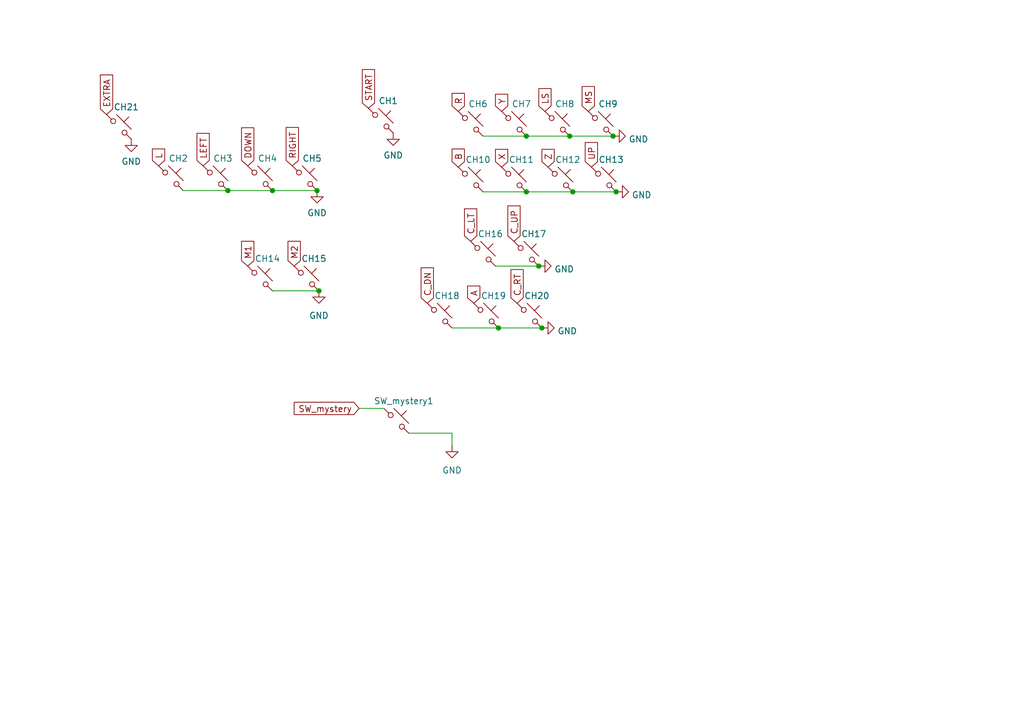
<source format=kicad_sch>
(kicad_sch (version 20230121) (generator eeschema)
  (paper "A5")
  (lib_symbols
    (symbol "PCM_marbastlib-choc:choc_SW_HS" (pin_numbers hide) (pin_names (offset 1.016) hide)
      (property "Reference" "CH" (at 3.048 1.016 0))
      (property "Value" "choc_SW_HS" (at 0 -3.81 0))
      (symbol "choc_SW_HS_0_1"
        (circle (center -1.1684 1.1684) (radius 0.508))
        (polyline (pts (xy -0.508 2.54) (xy 2.54 -0.508)))
        (polyline (pts (xy 1.016 1.016) (xy 2.032 2.032)))
        (polyline (pts (xy -2.54 2.54) (xy -1.524 1.524) (xy -1.524 1.524)))
        (polyline (pts (xy 1.524 -1.524) (xy 2.54 -2.54) (xy 2.54 -2.54) (xy 2.54 -2.54)))
        (circle (center 1.143 -1.1938) (radius 0.508))
        (pin passive line (at -2.54 2.54 0) (length 0) (name "1") (number "1"))
        (pin passive line (at 2.54 -2.54 180) (length 0) (name "2") (number "2"))
      )
    )
    (symbol "power:GND" (power) (pin_names (offset 0))
      (property "Value" "GND" (at 0 -3.81 0))
      (symbol "GND_0_1"
        (polyline (pts (xy 0 0) (xy 0 -1.27) (xy 1.27 -1.27) (xy 0 -2.54) (xy -1.27 -1.27) (xy 0 -1.27)))
      )
      (symbol "GND_1_1"
        (pin power_in line (at 0 0 270) (length 0) hide (name "GND") (number "1"))
      )
    )
  )
  (junction (at 110.49 54.61))
  (junction (at 65.405 59.69))
  (junction (at 116.84 27.94))
  (junction (at 65.024 39.116))
  (junction (at 107.95 27.94))
  (junction (at 111.125 67.31))
  (junction (at 107.95 39.37))
  (junction (at 55.88 39.116))
  (junction (at 117.475 39.37))
  (junction (at 125.73 27.94))
  (junction (at 126.365 39.37))
  (junction (at 102.235 67.31))
  (junction (at 46.736 39.116))
  (wire (pts (xy 83.82 88.9) (xy 92.71 88.9)))
  (wire (pts (xy 107.95 39.37) (xy 117.475 39.37)))
  (wire (pts (xy 99.06 27.94) (xy 107.95 27.94)))
  (wire (pts (xy 92.71 67.31) (xy 102.235 67.31)))
  (wire (pts (xy 37.592 39.116) (xy 46.736 39.116)))
  (wire (pts (xy 102.235 67.31) (xy 111.125 67.31)))
  (wire (pts (xy 55.88 59.69) (xy 65.405 59.69)))
  (wire (pts (xy 55.88 39.116) (xy 65.024 39.116)))
  (wire (pts (xy 92.71 88.9) (xy 92.71 91.44)))
  (wire (pts (xy 73.66 83.82) (xy 78.74 83.82)))
  (wire (pts (xy 107.95 27.94) (xy 116.84 27.94)))
  (wire (pts (xy 99.06 39.37) (xy 107.95 39.37)))
  (wire (pts (xy 116.84 27.94) (xy 125.73 27.94)))
  (wire (pts (xy 101.6 54.61) (xy 110.49 54.61)))
  (wire (pts (xy 46.736 39.116) (xy 55.88 39.116)))
  (wire (pts (xy 117.475 39.37) (xy 126.365 39.37)))
  (global_label "SW_mystery" (shape input) (at 73.66 83.82 180) (property "Intersheetrefs" "${INTERSHEET_REFS}" (effects hide)))
  (global_label "C_RT" (shape input) (at 106.045 62.23 90) (property "Intersheetrefs" "${INTERSHEET_REFS}" (effects hide)))
  (global_label "C_DN" (shape input) (at 87.63 62.23 90) (property "Intersheetrefs" "${INTERSHEET_REFS}" (effects hide)))
  (global_label "DOWN" (shape input) (at 50.8 34.036 90) (property "Intersheetrefs" "${INTERSHEET_REFS}" (effects hide)))
  (global_label "START" (shape input) (at 75.565 22.225 90) (property "Intersheetrefs" "${INTERSHEET_REFS}" (effects hide)))
  (global_label "X" (shape input) (at 102.87 34.29 90) (property "Intersheetrefs" "${INTERSHEET_REFS}" (effects hide)))
  (global_label "Y" (shape input) (at 102.87 22.86 90) (property "Intersheetrefs" "${INTERSHEET_REFS}" (effects hide)))
  (global_label "M2" (shape input) (at 60.325 54.61 90) (property "Intersheetrefs" "${INTERSHEET_REFS}" (effects hide)))
  (global_label "C_UP" (shape input) (at 105.41 49.53 90) (property "Intersheetrefs" "${INTERSHEET_REFS}" (effects hide)))
  (global_label "RIGHT" (shape input) (at 59.944 34.036 90) (property "Intersheetrefs" "${INTERSHEET_REFS}" (effects hide)))
  (global_label "EXTRA" (shape input) (at 21.844 23.495 90) (property "Intersheetrefs" "${INTERSHEET_REFS}" (effects hide)))
  (global_label "A" (shape input) (at 97.155 62.23 90) (property "Intersheetrefs" "${INTERSHEET_REFS}" (effects hide)))
  (global_label "UP" (shape input) (at 121.285 34.29 90) (property "Intersheetrefs" "${INTERSHEET_REFS}" (effects hide)))
  (global_label "LS" (shape input) (at 111.76 22.86 90) (property "Intersheetrefs" "${INTERSHEET_REFS}" (effects hide)))
  (global_label "R" (shape input) (at 93.98 22.86 90) (property "Intersheetrefs" "${INTERSHEET_REFS}" (effects hide)))
  (global_label "M1" (shape input) (at 50.8 54.61 90) (property "Intersheetrefs" "${INTERSHEET_REFS}" (effects hide)))
  (global_label "MS" (shape input) (at 120.65 22.86 90) (property "Intersheetrefs" "${INTERSHEET_REFS}" (effects hide)))
  (global_label "LEFT" (shape input) (at 41.656 34.036 90) (property "Intersheetrefs" "${INTERSHEET_REFS}" (effects hide)))
  (global_label "L" (shape input) (at 32.512 34.036 90) (property "Intersheetrefs" "${INTERSHEET_REFS}" (effects hide)))
  (global_label "C_LT" (shape input) (at 96.52 49.53 90) (property "Intersheetrefs" "${INTERSHEET_REFS}" (effects hide)))
  (global_label "B" (shape input) (at 93.98 34.29 90) (property "Intersheetrefs" "${INTERSHEET_REFS}" (effects hide)))
  (global_label "Z" (shape input) (at 112.395 34.29 90) (property "Intersheetrefs" "${INTERSHEET_REFS}" (effects hide)))
  (symbol (lib_id "power:GND") (at 65.024 39.116 0) (unit 1)
    (property "Reference" "#PWR032" (effects hide))
    (property "Value" "GND" (at 65.024 43.688 0))
  )
  (symbol (lib_id "PCM_marbastlib-choc:choc_SW_HS") (at 123.19 25.4 0) (unit 1)
    (property "Reference" "CH9" (at 124.714 21.336 0))
    (property "Value" "choc_SW_HS" (effects hide))
    (property "Footprint" "PCM_marbastlib-choc:SW_choc_v1_HS_1u" (effects hide))
  )
  (symbol (lib_id "PCM_marbastlib-choc:choc_SW_HS") (at 90.17 64.77 0) (unit 1)
    (property "Reference" "CH18" (at 91.694 60.706 0))
    (property "Value" "choc_SW_HS" (effects hide))
    (property "Footprint" "PCM_marbastlib-choc:SW_choc_v1_HS_1u" (effects hide))
  )
  (symbol (lib_id "power:GND") (at 126.365 39.37 90) (unit 1)
    (property "Reference" "#PWR036" (effects hide))
    (property "Value" "GND" (at 129.54 40.005 90) (effects (justify right)))
  )
  (symbol (lib_id "power:GND") (at 111.125 67.31 90) (unit 1)
    (property "Reference" "#PWR038" (effects hide))
    (property "Value" "GND" (at 114.3 67.945 90) (effects (justify right)))
  )
  (symbol (lib_id "PCM_marbastlib-choc:choc_SW_HS") (at 123.825 36.83 0) (unit 1)
    (property "Reference" "CH13" (at 125.349 32.766 0))
    (property "Value" "choc_SW_HS" (effects hide))
    (property "Footprint" "PCM_marbastlib-choc:SW_choc_v1_HS_1u" (effects hide))
  )
  (symbol (lib_id "PCM_marbastlib-choc:choc_SW_HS") (at 96.52 25.4 0) (unit 1)
    (property "Reference" "CH6" (at 98.044 21.336 0))
    (property "Value" "choc_SW_HS" (effects hide))
    (property "Footprint" "PCM_marbastlib-choc:SW_choc_v1_HS_1u" (effects hide))
  )
  (symbol (lib_id "PCM_marbastlib-choc:choc_SW_HS") (at 81.28 86.36 0) (unit 1)
    (property "Reference" "SW_mystery1" (at 82.804 82.296 0))
    (property "Value" "SW_mystery??" (effects hide))
    (property "Footprint" "Button_Switch_SMD:SW_SPST_CK_RS282G05A3" (effects hide))
    (property "JLCPCB Part #" "C5117870" (effects hide))
  )
  (symbol (lib_id "power:GND") (at 110.49 54.61 90) (unit 1)
    (property "Reference" "#PWR037" (effects hide))
    (property "Value" "GND" (at 113.665 55.245 90) (effects (justify right)))
  )
  (symbol (lib_id "PCM_marbastlib-choc:choc_SW_HS") (at 44.196 36.576 0) (unit 1)
    (property "Reference" "CH3" (at 45.72 32.512 0))
    (property "Value" "choc_SW_HS" (effects hide))
    (property "Footprint" "PCM_marbastlib-choc:SW_choc_v1_HS_1u" (effects hide))
  )
  (symbol (lib_id "PCM_marbastlib-choc:choc_SW_HS") (at 62.865 57.15 0) (unit 1)
    (property "Reference" "CH15" (at 64.389 53.086 0))
    (property "Value" "choc_SW_HS" (effects hide))
    (property "Footprint" "PCM_marbastlib-choc:SW_choc_v1_HS_1u" (effects hide))
  )
  (symbol (lib_id "power:GND") (at 80.645 27.305 0) (unit 1)
    (property "Reference" "#PWR034" (effects hide))
    (property "Value" "GND" (at 80.645 31.877 0))
  )
  (symbol (lib_id "PCM_marbastlib-choc:choc_SW_HS") (at 105.41 25.4 0) (unit 1)
    (property "Reference" "CH7" (at 106.934 21.336 0))
    (property "Value" "choc_SW_HS" (effects hide))
    (property "Footprint" "PCM_marbastlib-choc:SW_choc_v1_HS_1u" (effects hide))
  )
  (symbol (lib_id "PCM_marbastlib-choc:choc_SW_HS") (at 108.585 64.77 0) (unit 1)
    (property "Reference" "CH20" (at 110.109 60.706 0))
    (property "Value" "choc_SW_HS" (effects hide))
    (property "Footprint" "PCM_marbastlib-choc:SW_choc_v1_HS_1u" (effects hide))
  )
  (symbol (lib_id "PCM_marbastlib-choc:choc_SW_HS") (at 53.34 57.15 0) (unit 1)
    (property "Reference" "CH14" (at 54.864 53.086 0))
    (property "Value" "choc_SW_HS" (effects hide))
    (property "Footprint" "PCM_marbastlib-choc:SW_choc_v1_HS_1u" (effects hide))
  )
  (symbol (lib_id "PCM_marbastlib-choc:choc_SW_HS") (at 114.935 36.83 0) (unit 1)
    (property "Reference" "CH12" (at 116.459 32.766 0))
    (property "Value" "choc_SW_HS" (effects hide))
    (property "Footprint" "PCM_marbastlib-choc:SW_choc_v1_HS_1u" (effects hide))
  )
  (symbol (lib_id "PCM_marbastlib-choc:choc_SW_HS") (at 105.41 36.83 0) (unit 1)
    (property "Reference" "CH11" (at 106.934 32.766 0))
    (property "Value" "choc_SW_HS" (effects hide))
    (property "Footprint" "PCM_marbastlib-choc:SW_choc_v1_HS_1u" (effects hide))
  )
  (symbol (lib_id "power:GND") (at 65.405 59.69 0) (unit 1)
    (property "Reference" "#PWR033" (effects hide))
    (property "Value" "GND" (at 65.405 64.77 0))
  )
  (symbol (lib_id "power:GND") (at 26.924 28.575 0) (unit 1)
    (property "Reference" "#PWR039" (effects hide))
    (property "Value" "GND" (at 26.924 33.147 0))
  )
  (symbol (lib_id "PCM_marbastlib-choc:choc_SW_HS") (at 24.384 26.035 0) (unit 1)
    (property "Reference" "CH21" (at 25.908 21.971 0))
    (property "Value" "choc_SW_HS" (effects hide))
    (property "Footprint" "PCM_marbastlib-choc:SW_choc_v1_HS_1u" (effects hide))
  )
  (symbol (lib_id "PCM_marbastlib-choc:choc_SW_HS") (at 35.052 36.576 0) (unit 1)
    (property "Reference" "CH2" (at 36.576 32.512 0))
    (property "Value" "choc_SW_HS" (effects hide))
    (property "Footprint" "PCM_marbastlib-choc:SW_choc_v1_HS_1u" (effects hide))
  )
  (symbol (lib_id "power:GND") (at 92.71 91.44 0) (mirror y) (unit 1)
    (property "Reference" "#PWR040" (effects hide))
    (property "Value" "GND" (at 92.71 96.52 0))
  )
  (symbol (lib_id "PCM_marbastlib-choc:choc_SW_HS") (at 62.484 36.576 0) (unit 1)
    (property "Reference" "CH5" (at 64.008 32.512 0))
    (property "Value" "choc_SW_HS" (effects hide))
    (property "Footprint" "PCM_marbastlib-choc:SW_choc_v1_HS_1u" (effects hide))
  )
  (symbol (lib_id "PCM_marbastlib-choc:choc_SW_HS") (at 107.95 52.07 0) (unit 1)
    (property "Reference" "CH17" (at 109.474 48.006 0))
    (property "Value" "choc_SW_HS" (effects hide))
    (property "Footprint" "PCM_marbastlib-choc:SW_choc_v1_HS_1u" (effects hide))
  )
  (symbol (lib_id "PCM_marbastlib-choc:choc_SW_HS") (at 99.695 64.77 0) (unit 1)
    (property "Reference" "CH19" (at 101.219 60.706 0))
    (property "Value" "choc_SW_HS" (effects hide))
    (property "Footprint" "PCM_marbastlib-choc:SW_choc_v1_HS_1u" (effects hide))
  )
  (symbol (lib_id "PCM_marbastlib-choc:choc_SW_HS") (at 53.34 36.576 0) (unit 1)
    (property "Reference" "CH4" (at 54.864 32.512 0))
    (property "Value" "choc_SW_HS" (effects hide))
    (property "Footprint" "PCM_marbastlib-choc:SW_choc_v1_HS_1u" (effects hide))
  )
  (symbol (lib_id "PCM_marbastlib-choc:choc_SW_HS") (at 78.105 24.765 0) (unit 1)
    (property "Reference" "CH1" (at 79.629 20.701 0))
    (property "Value" "choc_SW_HS" (effects hide))
    (property "Footprint" "PCM_marbastlib-choc:SW_choc_v1_HS_1u" (effects hide))
  )
  (symbol (lib_id "PCM_marbastlib-choc:choc_SW_HS") (at 114.3 25.4 0) (unit 1)
    (property "Reference" "CH8" (at 115.824 21.336 0))
    (property "Value" "choc_SW_HS" (effects hide))
    (property "Footprint" "PCM_marbastlib-choc:SW_choc_v1_HS_1u" (effects hide))
  )
  (symbol (lib_id "power:GND") (at 125.73 27.94 90) (unit 1)
    (property "Reference" "#PWR035" (effects hide))
    (property "Value" "GND" (at 128.905 28.575 90) (effects (justify right)))
  )
  (symbol (lib_id "PCM_marbastlib-choc:choc_SW_HS") (at 99.06 52.07 0) (unit 1)
    (property "Reference" "CH16" (at 100.584 48.006 0))
    (property "Value" "choc_SW_HS" (effects hide))
    (property "Footprint" "PCM_marbastlib-choc:SW_choc_v1_HS_1u" (effects hide))
  )
  (symbol (lib_id "PCM_marbastlib-choc:choc_SW_HS") (at 96.52 36.83 0) (unit 1)
    (property "Reference" "CH10" (at 98.044 32.766 0))
    (property "Value" "choc_SW_HS" (effects hide))
    (property "Footprint" "PCM_marbastlib-choc:SW_choc_v1_HS_1u" (effects hide))
  )
)
</source>
